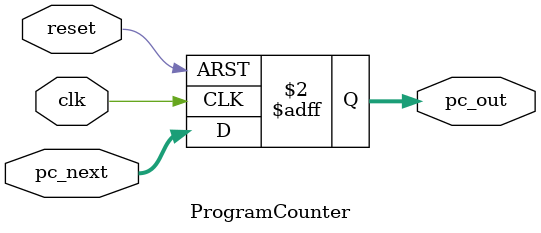
<source format=sv>
module ProgramCounter(
	input logic clk, //initiaizes clk wire
	input logic reset, //iniitalizes input reset wire
	input logic [31:0] pc_next, // initializes intput wire of 32 bits
	output logic [31:0] pc_out // initializes output of 32 bits
);

always_ff @(posedge clk or posedge reset) begin
	if (reset) begin // if reset is true then output a 0
	 pc_out <= 32'b0; 
	end else begin // else pc output is the next pc value
	 pc_out <= pc_next;
	end
end

endmodule


</source>
